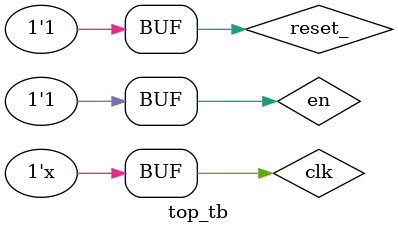
<source format=v>

module cnt(out   ,
           reset_,
           en    ,
           clk   );
output reg [1:0] out;
input  reset_;
input  en    ;
input  clk   ;

always @ (posedge clk or negedge reset_) begin
  if(~reset_) begin
    out <= 2'b00;
  end
  else begin if(en) begin
         out <= out + 1;
       end
  end
end   

endmodule
         
module select(out0,
              out1,
              out2,
              out3,
              in  ,
              reset_,
              clk);
output reg out0;
output reg out1;
output reg out2;
output reg out3;
input [1:0] in ;
input    reset_;
input clk      ;

always @ (posedge clk) begin
  if(~reset_) begin
    {out0, out1, out2, out3} <= 4'b0000;
end else begin
  case (in)
    2'b00 : begin 
             out0 = 1'b1;
{out1, out2, out3} = 3'b000;
            end
    2'b01 : begin 
             out1 = 1'b1;
{out0, out2, out3} = 3'b000;
            end
    2'b10 : begin 
             out2 = 1'b1;
{out0, out1, out3} = 3'b000;
            end
    2'b11 : begin 
             out3 = 1'b1;
{out0, out1, out2} = 3'b000;
            end

  endcase
end
end
endmodule
              
module top(even  ,
           odd   ,
           valid ,
           reset_,
           en    ,
           clk);

 output even;
 output odd ;
 output valid;
 input reset_;
 input en;
 input clk;
 
 wire out0;
 wire out1;
 wire out2;
 wire out3;
 wire weven = out0 ^ out2;
 wire wodd  = out1 ^ out3;
 wire even = weven;
 wire odd  = wodd ;
 wire wvalid = weven ^ wodd;
 wire valid = wvalid & en;
 wire [1:0] wcntcase;

 cnt cnt(.out(wcntcase), .reset_(reset_), .en(en), .clk(clk));
 select select(.out0(out0), .out1(out1), .out2(out2), .out3(out3), .in(wcntcase), .reset_(reset_), .clk(clk));

endmodule


//////////////////////////////////////////////
//                Testbench                 //
//////////////////////////////////////////////
module top_tb();
    reg clk;
    reg reset_;
    reg en;
    
    wire even, odd, valid;
    
    top top(.even(even), .odd(odd), .valid(valid), 
            .reset_(reset_), .en(en), .clk(clk));
            
    initial begin
       clk = 1'b0;
       reset_ = 1'b0;
       en = 1'b0;
       #4 reset_ = 1'b1; 
       #10 en = 1'b1;
       #16 en = 1'b0;
       #4  en = 1'b1;
   end
            
   always #2 clk = ~clk;
            
    
endmodule
</source>
